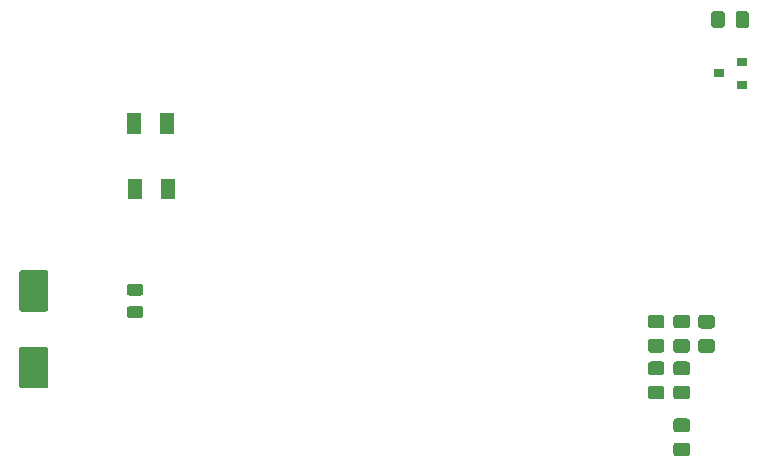
<source format=gbr>
G04 #@! TF.GenerationSoftware,KiCad,Pcbnew,(5.1.5)-3*
G04 #@! TF.CreationDate,2020-09-18T03:11:52-03:00*
G04 #@! TF.ProjectId,AIL,41494c2e-6b69-4636-9164-5f7063625858,rev?*
G04 #@! TF.SameCoordinates,Original*
G04 #@! TF.FileFunction,Paste,Top*
G04 #@! TF.FilePolarity,Positive*
%FSLAX46Y46*%
G04 Gerber Fmt 4.6, Leading zero omitted, Abs format (unit mm)*
G04 Created by KiCad (PCBNEW (5.1.5)-3) date 2020-09-18 03:11:52*
%MOMM*%
%LPD*%
G04 APERTURE LIST*
%ADD10C,0.100000*%
%ADD11R,0.900000X0.800000*%
G04 APERTURE END LIST*
D10*
G36*
X81206422Y-114385414D02*
G01*
X81230083Y-114388924D01*
X81253287Y-114394736D01*
X81275809Y-114402794D01*
X81297433Y-114413022D01*
X81317950Y-114425319D01*
X81337163Y-114439569D01*
X81354887Y-114455633D01*
X81370951Y-114473357D01*
X81385201Y-114492570D01*
X81397498Y-114513087D01*
X81407726Y-114534711D01*
X81415784Y-114557233D01*
X81421596Y-114580437D01*
X81425106Y-114604098D01*
X81426280Y-114627990D01*
X81426280Y-115115490D01*
X81425106Y-115139382D01*
X81421596Y-115163043D01*
X81415784Y-115186247D01*
X81407726Y-115208769D01*
X81397498Y-115230393D01*
X81385201Y-115250910D01*
X81370951Y-115270123D01*
X81354887Y-115287847D01*
X81337163Y-115303911D01*
X81317950Y-115318161D01*
X81297433Y-115330458D01*
X81275809Y-115340686D01*
X81253287Y-115348744D01*
X81230083Y-115354556D01*
X81206422Y-115358066D01*
X81182530Y-115359240D01*
X80270030Y-115359240D01*
X80246138Y-115358066D01*
X80222477Y-115354556D01*
X80199273Y-115348744D01*
X80176751Y-115340686D01*
X80155127Y-115330458D01*
X80134610Y-115318161D01*
X80115397Y-115303911D01*
X80097673Y-115287847D01*
X80081609Y-115270123D01*
X80067359Y-115250910D01*
X80055062Y-115230393D01*
X80044834Y-115208769D01*
X80036776Y-115186247D01*
X80030964Y-115163043D01*
X80027454Y-115139382D01*
X80026280Y-115115490D01*
X80026280Y-114627990D01*
X80027454Y-114604098D01*
X80030964Y-114580437D01*
X80036776Y-114557233D01*
X80044834Y-114534711D01*
X80055062Y-114513087D01*
X80067359Y-114492570D01*
X80081609Y-114473357D01*
X80097673Y-114455633D01*
X80115397Y-114439569D01*
X80134610Y-114425319D01*
X80155127Y-114413022D01*
X80176751Y-114402794D01*
X80199273Y-114394736D01*
X80222477Y-114388924D01*
X80246138Y-114385414D01*
X80270030Y-114384240D01*
X81182530Y-114384240D01*
X81206422Y-114385414D01*
G37*
G36*
X81206422Y-112510414D02*
G01*
X81230083Y-112513924D01*
X81253287Y-112519736D01*
X81275809Y-112527794D01*
X81297433Y-112538022D01*
X81317950Y-112550319D01*
X81337163Y-112564569D01*
X81354887Y-112580633D01*
X81370951Y-112598357D01*
X81385201Y-112617570D01*
X81397498Y-112638087D01*
X81407726Y-112659711D01*
X81415784Y-112682233D01*
X81421596Y-112705437D01*
X81425106Y-112729098D01*
X81426280Y-112752990D01*
X81426280Y-113240490D01*
X81425106Y-113264382D01*
X81421596Y-113288043D01*
X81415784Y-113311247D01*
X81407726Y-113333769D01*
X81397498Y-113355393D01*
X81385201Y-113375910D01*
X81370951Y-113395123D01*
X81354887Y-113412847D01*
X81337163Y-113428911D01*
X81317950Y-113443161D01*
X81297433Y-113455458D01*
X81275809Y-113465686D01*
X81253287Y-113473744D01*
X81230083Y-113479556D01*
X81206422Y-113483066D01*
X81182530Y-113484240D01*
X80270030Y-113484240D01*
X80246138Y-113483066D01*
X80222477Y-113479556D01*
X80199273Y-113473744D01*
X80176751Y-113465686D01*
X80155127Y-113455458D01*
X80134610Y-113443161D01*
X80115397Y-113428911D01*
X80097673Y-113412847D01*
X80081609Y-113395123D01*
X80067359Y-113375910D01*
X80055062Y-113355393D01*
X80044834Y-113333769D01*
X80036776Y-113311247D01*
X80030964Y-113288043D01*
X80027454Y-113264382D01*
X80026280Y-113240490D01*
X80026280Y-112752990D01*
X80027454Y-112729098D01*
X80030964Y-112705437D01*
X80036776Y-112682233D01*
X80044834Y-112659711D01*
X80055062Y-112638087D01*
X80067359Y-112617570D01*
X80081609Y-112598357D01*
X80097673Y-112580633D01*
X80115397Y-112564569D01*
X80134610Y-112550319D01*
X80155127Y-112538022D01*
X80176751Y-112527794D01*
X80199273Y-112519736D01*
X80222477Y-112513924D01*
X80246138Y-112510414D01*
X80270030Y-112509240D01*
X81182530Y-112509240D01*
X81206422Y-112510414D01*
G37*
G36*
X81335120Y-103590120D02*
G01*
X81335120Y-105340120D01*
X80085120Y-105340120D01*
X80085120Y-103590120D01*
X81335120Y-103590120D01*
G37*
G36*
X84135120Y-103590120D02*
G01*
X84135120Y-105340120D01*
X82885120Y-105340120D01*
X82885120Y-103590120D01*
X84135120Y-103590120D01*
G37*
G36*
X84051760Y-98027520D02*
G01*
X84051760Y-99777520D01*
X82801760Y-99777520D01*
X82801760Y-98027520D01*
X84051760Y-98027520D01*
G37*
G36*
X81251760Y-98027520D02*
G01*
X81251760Y-99777520D01*
X80001760Y-99777520D01*
X80001760Y-98027520D01*
X81251760Y-98027520D01*
G37*
D11*
X130133340Y-94660680D03*
X132133340Y-93710680D03*
X132133340Y-95610680D03*
D10*
G36*
X129570005Y-117173204D02*
G01*
X129594273Y-117176804D01*
X129618072Y-117182765D01*
X129641171Y-117191030D01*
X129663350Y-117201520D01*
X129684393Y-117214132D01*
X129704099Y-117228747D01*
X129722277Y-117245223D01*
X129738753Y-117263401D01*
X129753368Y-117283107D01*
X129765980Y-117304150D01*
X129776470Y-117326329D01*
X129784735Y-117349428D01*
X129790696Y-117373227D01*
X129794296Y-117397495D01*
X129795500Y-117421999D01*
X129795500Y-118072001D01*
X129794296Y-118096505D01*
X129790696Y-118120773D01*
X129784735Y-118144572D01*
X129776470Y-118167671D01*
X129765980Y-118189850D01*
X129753368Y-118210893D01*
X129738753Y-118230599D01*
X129722277Y-118248777D01*
X129704099Y-118265253D01*
X129684393Y-118279868D01*
X129663350Y-118292480D01*
X129641171Y-118302970D01*
X129618072Y-118311235D01*
X129594273Y-118317196D01*
X129570005Y-118320796D01*
X129545501Y-118322000D01*
X128645499Y-118322000D01*
X128620995Y-118320796D01*
X128596727Y-118317196D01*
X128572928Y-118311235D01*
X128549829Y-118302970D01*
X128527650Y-118292480D01*
X128506607Y-118279868D01*
X128486901Y-118265253D01*
X128468723Y-118248777D01*
X128452247Y-118230599D01*
X128437632Y-118210893D01*
X128425020Y-118189850D01*
X128414530Y-118167671D01*
X128406265Y-118144572D01*
X128400304Y-118120773D01*
X128396704Y-118096505D01*
X128395500Y-118072001D01*
X128395500Y-117421999D01*
X128396704Y-117397495D01*
X128400304Y-117373227D01*
X128406265Y-117349428D01*
X128414530Y-117326329D01*
X128425020Y-117304150D01*
X128437632Y-117283107D01*
X128452247Y-117263401D01*
X128468723Y-117245223D01*
X128486901Y-117228747D01*
X128506607Y-117214132D01*
X128527650Y-117201520D01*
X128549829Y-117191030D01*
X128572928Y-117182765D01*
X128596727Y-117176804D01*
X128620995Y-117173204D01*
X128645499Y-117172000D01*
X129545501Y-117172000D01*
X129570005Y-117173204D01*
G37*
G36*
X129570005Y-115123204D02*
G01*
X129594273Y-115126804D01*
X129618072Y-115132765D01*
X129641171Y-115141030D01*
X129663350Y-115151520D01*
X129684393Y-115164132D01*
X129704099Y-115178747D01*
X129722277Y-115195223D01*
X129738753Y-115213401D01*
X129753368Y-115233107D01*
X129765980Y-115254150D01*
X129776470Y-115276329D01*
X129784735Y-115299428D01*
X129790696Y-115323227D01*
X129794296Y-115347495D01*
X129795500Y-115371999D01*
X129795500Y-116022001D01*
X129794296Y-116046505D01*
X129790696Y-116070773D01*
X129784735Y-116094572D01*
X129776470Y-116117671D01*
X129765980Y-116139850D01*
X129753368Y-116160893D01*
X129738753Y-116180599D01*
X129722277Y-116198777D01*
X129704099Y-116215253D01*
X129684393Y-116229868D01*
X129663350Y-116242480D01*
X129641171Y-116252970D01*
X129618072Y-116261235D01*
X129594273Y-116267196D01*
X129570005Y-116270796D01*
X129545501Y-116272000D01*
X128645499Y-116272000D01*
X128620995Y-116270796D01*
X128596727Y-116267196D01*
X128572928Y-116261235D01*
X128549829Y-116252970D01*
X128527650Y-116242480D01*
X128506607Y-116229868D01*
X128486901Y-116215253D01*
X128468723Y-116198777D01*
X128452247Y-116180599D01*
X128437632Y-116160893D01*
X128425020Y-116139850D01*
X128414530Y-116117671D01*
X128406265Y-116094572D01*
X128400304Y-116070773D01*
X128396704Y-116046505D01*
X128395500Y-116022001D01*
X128395500Y-115371999D01*
X128396704Y-115347495D01*
X128400304Y-115323227D01*
X128406265Y-115299428D01*
X128414530Y-115276329D01*
X128425020Y-115254150D01*
X128437632Y-115233107D01*
X128452247Y-115213401D01*
X128468723Y-115195223D01*
X128486901Y-115178747D01*
X128506607Y-115164132D01*
X128527650Y-115151520D01*
X128549829Y-115141030D01*
X128572928Y-115132765D01*
X128596727Y-115126804D01*
X128620995Y-115123204D01*
X128645499Y-115122000D01*
X129545501Y-115122000D01*
X129570005Y-115123204D01*
G37*
G36*
X132490465Y-89410244D02*
G01*
X132514733Y-89413844D01*
X132538532Y-89419805D01*
X132561631Y-89428070D01*
X132583810Y-89438560D01*
X132604853Y-89451172D01*
X132624559Y-89465787D01*
X132642737Y-89482263D01*
X132659213Y-89500441D01*
X132673828Y-89520147D01*
X132686440Y-89541190D01*
X132696930Y-89563369D01*
X132705195Y-89586468D01*
X132711156Y-89610267D01*
X132714756Y-89634535D01*
X132715960Y-89659039D01*
X132715960Y-90559041D01*
X132714756Y-90583545D01*
X132711156Y-90607813D01*
X132705195Y-90631612D01*
X132696930Y-90654711D01*
X132686440Y-90676890D01*
X132673828Y-90697933D01*
X132659213Y-90717639D01*
X132642737Y-90735817D01*
X132624559Y-90752293D01*
X132604853Y-90766908D01*
X132583810Y-90779520D01*
X132561631Y-90790010D01*
X132538532Y-90798275D01*
X132514733Y-90804236D01*
X132490465Y-90807836D01*
X132465961Y-90809040D01*
X131815959Y-90809040D01*
X131791455Y-90807836D01*
X131767187Y-90804236D01*
X131743388Y-90798275D01*
X131720289Y-90790010D01*
X131698110Y-90779520D01*
X131677067Y-90766908D01*
X131657361Y-90752293D01*
X131639183Y-90735817D01*
X131622707Y-90717639D01*
X131608092Y-90697933D01*
X131595480Y-90676890D01*
X131584990Y-90654711D01*
X131576725Y-90631612D01*
X131570764Y-90607813D01*
X131567164Y-90583545D01*
X131565960Y-90559041D01*
X131565960Y-89659039D01*
X131567164Y-89634535D01*
X131570764Y-89610267D01*
X131576725Y-89586468D01*
X131584990Y-89563369D01*
X131595480Y-89541190D01*
X131608092Y-89520147D01*
X131622707Y-89500441D01*
X131639183Y-89482263D01*
X131657361Y-89465787D01*
X131677067Y-89451172D01*
X131698110Y-89438560D01*
X131720289Y-89428070D01*
X131743388Y-89419805D01*
X131767187Y-89413844D01*
X131791455Y-89410244D01*
X131815959Y-89409040D01*
X132465961Y-89409040D01*
X132490465Y-89410244D01*
G37*
G36*
X130440465Y-89410244D02*
G01*
X130464733Y-89413844D01*
X130488532Y-89419805D01*
X130511631Y-89428070D01*
X130533810Y-89438560D01*
X130554853Y-89451172D01*
X130574559Y-89465787D01*
X130592737Y-89482263D01*
X130609213Y-89500441D01*
X130623828Y-89520147D01*
X130636440Y-89541190D01*
X130646930Y-89563369D01*
X130655195Y-89586468D01*
X130661156Y-89610267D01*
X130664756Y-89634535D01*
X130665960Y-89659039D01*
X130665960Y-90559041D01*
X130664756Y-90583545D01*
X130661156Y-90607813D01*
X130655195Y-90631612D01*
X130646930Y-90654711D01*
X130636440Y-90676890D01*
X130623828Y-90697933D01*
X130609213Y-90717639D01*
X130592737Y-90735817D01*
X130574559Y-90752293D01*
X130554853Y-90766908D01*
X130533810Y-90779520D01*
X130511631Y-90790010D01*
X130488532Y-90798275D01*
X130464733Y-90804236D01*
X130440465Y-90807836D01*
X130415961Y-90809040D01*
X129765959Y-90809040D01*
X129741455Y-90807836D01*
X129717187Y-90804236D01*
X129693388Y-90798275D01*
X129670289Y-90790010D01*
X129648110Y-90779520D01*
X129627067Y-90766908D01*
X129607361Y-90752293D01*
X129589183Y-90735817D01*
X129572707Y-90717639D01*
X129558092Y-90697933D01*
X129545480Y-90676890D01*
X129534990Y-90654711D01*
X129526725Y-90631612D01*
X129520764Y-90607813D01*
X129517164Y-90583545D01*
X129515960Y-90559041D01*
X129515960Y-89659039D01*
X129517164Y-89634535D01*
X129520764Y-89610267D01*
X129526725Y-89586468D01*
X129534990Y-89563369D01*
X129545480Y-89541190D01*
X129558092Y-89520147D01*
X129572707Y-89500441D01*
X129589183Y-89482263D01*
X129607361Y-89465787D01*
X129627067Y-89451172D01*
X129648110Y-89438560D01*
X129670289Y-89428070D01*
X129693388Y-89419805D01*
X129717187Y-89413844D01*
X129741455Y-89410244D01*
X129765959Y-89409040D01*
X130415961Y-89409040D01*
X130440465Y-89410244D01*
G37*
G36*
X127474505Y-115114204D02*
G01*
X127498773Y-115117804D01*
X127522572Y-115123765D01*
X127545671Y-115132030D01*
X127567850Y-115142520D01*
X127588893Y-115155132D01*
X127608599Y-115169747D01*
X127626777Y-115186223D01*
X127643253Y-115204401D01*
X127657868Y-115224107D01*
X127670480Y-115245150D01*
X127680970Y-115267329D01*
X127689235Y-115290428D01*
X127695196Y-115314227D01*
X127698796Y-115338495D01*
X127700000Y-115362999D01*
X127700000Y-116013001D01*
X127698796Y-116037505D01*
X127695196Y-116061773D01*
X127689235Y-116085572D01*
X127680970Y-116108671D01*
X127670480Y-116130850D01*
X127657868Y-116151893D01*
X127643253Y-116171599D01*
X127626777Y-116189777D01*
X127608599Y-116206253D01*
X127588893Y-116220868D01*
X127567850Y-116233480D01*
X127545671Y-116243970D01*
X127522572Y-116252235D01*
X127498773Y-116258196D01*
X127474505Y-116261796D01*
X127450001Y-116263000D01*
X126549999Y-116263000D01*
X126525495Y-116261796D01*
X126501227Y-116258196D01*
X126477428Y-116252235D01*
X126454329Y-116243970D01*
X126432150Y-116233480D01*
X126411107Y-116220868D01*
X126391401Y-116206253D01*
X126373223Y-116189777D01*
X126356747Y-116171599D01*
X126342132Y-116151893D01*
X126329520Y-116130850D01*
X126319030Y-116108671D01*
X126310765Y-116085572D01*
X126304804Y-116061773D01*
X126301204Y-116037505D01*
X126300000Y-116013001D01*
X126300000Y-115362999D01*
X126301204Y-115338495D01*
X126304804Y-115314227D01*
X126310765Y-115290428D01*
X126319030Y-115267329D01*
X126329520Y-115245150D01*
X126342132Y-115224107D01*
X126356747Y-115204401D01*
X126373223Y-115186223D01*
X126391401Y-115169747D01*
X126411107Y-115155132D01*
X126432150Y-115142520D01*
X126454329Y-115132030D01*
X126477428Y-115123765D01*
X126501227Y-115117804D01*
X126525495Y-115114204D01*
X126549999Y-115113000D01*
X127450001Y-115113000D01*
X127474505Y-115114204D01*
G37*
G36*
X127474505Y-117164204D02*
G01*
X127498773Y-117167804D01*
X127522572Y-117173765D01*
X127545671Y-117182030D01*
X127567850Y-117192520D01*
X127588893Y-117205132D01*
X127608599Y-117219747D01*
X127626777Y-117236223D01*
X127643253Y-117254401D01*
X127657868Y-117274107D01*
X127670480Y-117295150D01*
X127680970Y-117317329D01*
X127689235Y-117340428D01*
X127695196Y-117364227D01*
X127698796Y-117388495D01*
X127700000Y-117412999D01*
X127700000Y-118063001D01*
X127698796Y-118087505D01*
X127695196Y-118111773D01*
X127689235Y-118135572D01*
X127680970Y-118158671D01*
X127670480Y-118180850D01*
X127657868Y-118201893D01*
X127643253Y-118221599D01*
X127626777Y-118239777D01*
X127608599Y-118256253D01*
X127588893Y-118270868D01*
X127567850Y-118283480D01*
X127545671Y-118293970D01*
X127522572Y-118302235D01*
X127498773Y-118308196D01*
X127474505Y-118311796D01*
X127450001Y-118313000D01*
X126549999Y-118313000D01*
X126525495Y-118311796D01*
X126501227Y-118308196D01*
X126477428Y-118302235D01*
X126454329Y-118293970D01*
X126432150Y-118283480D01*
X126411107Y-118270868D01*
X126391401Y-118256253D01*
X126373223Y-118239777D01*
X126356747Y-118221599D01*
X126342132Y-118201893D01*
X126329520Y-118180850D01*
X126319030Y-118158671D01*
X126310765Y-118135572D01*
X126304804Y-118111773D01*
X126301204Y-118087505D01*
X126300000Y-118063001D01*
X126300000Y-117412999D01*
X126301204Y-117388495D01*
X126304804Y-117364227D01*
X126310765Y-117340428D01*
X126319030Y-117317329D01*
X126329520Y-117295150D01*
X126342132Y-117274107D01*
X126356747Y-117254401D01*
X126373223Y-117236223D01*
X126391401Y-117219747D01*
X126411107Y-117205132D01*
X126432150Y-117192520D01*
X126454329Y-117182030D01*
X126477428Y-117173765D01*
X126501227Y-117167804D01*
X126525495Y-117164204D01*
X126549999Y-117163000D01*
X127450001Y-117163000D01*
X127474505Y-117164204D01*
G37*
G36*
X127474505Y-121110204D02*
G01*
X127498773Y-121113804D01*
X127522572Y-121119765D01*
X127545671Y-121128030D01*
X127567850Y-121138520D01*
X127588893Y-121151132D01*
X127608599Y-121165747D01*
X127626777Y-121182223D01*
X127643253Y-121200401D01*
X127657868Y-121220107D01*
X127670480Y-121241150D01*
X127680970Y-121263329D01*
X127689235Y-121286428D01*
X127695196Y-121310227D01*
X127698796Y-121334495D01*
X127700000Y-121358999D01*
X127700000Y-122009001D01*
X127698796Y-122033505D01*
X127695196Y-122057773D01*
X127689235Y-122081572D01*
X127680970Y-122104671D01*
X127670480Y-122126850D01*
X127657868Y-122147893D01*
X127643253Y-122167599D01*
X127626777Y-122185777D01*
X127608599Y-122202253D01*
X127588893Y-122216868D01*
X127567850Y-122229480D01*
X127545671Y-122239970D01*
X127522572Y-122248235D01*
X127498773Y-122254196D01*
X127474505Y-122257796D01*
X127450001Y-122259000D01*
X126549999Y-122259000D01*
X126525495Y-122257796D01*
X126501227Y-122254196D01*
X126477428Y-122248235D01*
X126454329Y-122239970D01*
X126432150Y-122229480D01*
X126411107Y-122216868D01*
X126391401Y-122202253D01*
X126373223Y-122185777D01*
X126356747Y-122167599D01*
X126342132Y-122147893D01*
X126329520Y-122126850D01*
X126319030Y-122104671D01*
X126310765Y-122081572D01*
X126304804Y-122057773D01*
X126301204Y-122033505D01*
X126300000Y-122009001D01*
X126300000Y-121358999D01*
X126301204Y-121334495D01*
X126304804Y-121310227D01*
X126310765Y-121286428D01*
X126319030Y-121263329D01*
X126329520Y-121241150D01*
X126342132Y-121220107D01*
X126356747Y-121200401D01*
X126373223Y-121182223D01*
X126391401Y-121165747D01*
X126411107Y-121151132D01*
X126432150Y-121138520D01*
X126454329Y-121128030D01*
X126477428Y-121119765D01*
X126501227Y-121113804D01*
X126525495Y-121110204D01*
X126549999Y-121109000D01*
X127450001Y-121109000D01*
X127474505Y-121110204D01*
G37*
G36*
X127474505Y-119060204D02*
G01*
X127498773Y-119063804D01*
X127522572Y-119069765D01*
X127545671Y-119078030D01*
X127567850Y-119088520D01*
X127588893Y-119101132D01*
X127608599Y-119115747D01*
X127626777Y-119132223D01*
X127643253Y-119150401D01*
X127657868Y-119170107D01*
X127670480Y-119191150D01*
X127680970Y-119213329D01*
X127689235Y-119236428D01*
X127695196Y-119260227D01*
X127698796Y-119284495D01*
X127700000Y-119308999D01*
X127700000Y-119959001D01*
X127698796Y-119983505D01*
X127695196Y-120007773D01*
X127689235Y-120031572D01*
X127680970Y-120054671D01*
X127670480Y-120076850D01*
X127657868Y-120097893D01*
X127643253Y-120117599D01*
X127626777Y-120135777D01*
X127608599Y-120152253D01*
X127588893Y-120166868D01*
X127567850Y-120179480D01*
X127545671Y-120189970D01*
X127522572Y-120198235D01*
X127498773Y-120204196D01*
X127474505Y-120207796D01*
X127450001Y-120209000D01*
X126549999Y-120209000D01*
X126525495Y-120207796D01*
X126501227Y-120204196D01*
X126477428Y-120198235D01*
X126454329Y-120189970D01*
X126432150Y-120179480D01*
X126411107Y-120166868D01*
X126391401Y-120152253D01*
X126373223Y-120135777D01*
X126356747Y-120117599D01*
X126342132Y-120097893D01*
X126329520Y-120076850D01*
X126319030Y-120054671D01*
X126310765Y-120031572D01*
X126304804Y-120007773D01*
X126301204Y-119983505D01*
X126300000Y-119959001D01*
X126300000Y-119308999D01*
X126301204Y-119284495D01*
X126304804Y-119260227D01*
X126310765Y-119236428D01*
X126319030Y-119213329D01*
X126329520Y-119191150D01*
X126342132Y-119170107D01*
X126356747Y-119150401D01*
X126373223Y-119132223D01*
X126391401Y-119115747D01*
X126411107Y-119101132D01*
X126432150Y-119088520D01*
X126454329Y-119078030D01*
X126477428Y-119069765D01*
X126501227Y-119063804D01*
X126525495Y-119060204D01*
X126549999Y-119059000D01*
X127450001Y-119059000D01*
X127474505Y-119060204D01*
G37*
G36*
X127474505Y-125936204D02*
G01*
X127498773Y-125939804D01*
X127522572Y-125945765D01*
X127545671Y-125954030D01*
X127567850Y-125964520D01*
X127588893Y-125977132D01*
X127608599Y-125991747D01*
X127626777Y-126008223D01*
X127643253Y-126026401D01*
X127657868Y-126046107D01*
X127670480Y-126067150D01*
X127680970Y-126089329D01*
X127689235Y-126112428D01*
X127695196Y-126136227D01*
X127698796Y-126160495D01*
X127700000Y-126184999D01*
X127700000Y-126835001D01*
X127698796Y-126859505D01*
X127695196Y-126883773D01*
X127689235Y-126907572D01*
X127680970Y-126930671D01*
X127670480Y-126952850D01*
X127657868Y-126973893D01*
X127643253Y-126993599D01*
X127626777Y-127011777D01*
X127608599Y-127028253D01*
X127588893Y-127042868D01*
X127567850Y-127055480D01*
X127545671Y-127065970D01*
X127522572Y-127074235D01*
X127498773Y-127080196D01*
X127474505Y-127083796D01*
X127450001Y-127085000D01*
X126549999Y-127085000D01*
X126525495Y-127083796D01*
X126501227Y-127080196D01*
X126477428Y-127074235D01*
X126454329Y-127065970D01*
X126432150Y-127055480D01*
X126411107Y-127042868D01*
X126391401Y-127028253D01*
X126373223Y-127011777D01*
X126356747Y-126993599D01*
X126342132Y-126973893D01*
X126329520Y-126952850D01*
X126319030Y-126930671D01*
X126310765Y-126907572D01*
X126304804Y-126883773D01*
X126301204Y-126859505D01*
X126300000Y-126835001D01*
X126300000Y-126184999D01*
X126301204Y-126160495D01*
X126304804Y-126136227D01*
X126310765Y-126112428D01*
X126319030Y-126089329D01*
X126329520Y-126067150D01*
X126342132Y-126046107D01*
X126356747Y-126026401D01*
X126373223Y-126008223D01*
X126391401Y-125991747D01*
X126411107Y-125977132D01*
X126432150Y-125964520D01*
X126454329Y-125954030D01*
X126477428Y-125945765D01*
X126501227Y-125939804D01*
X126525495Y-125936204D01*
X126549999Y-125935000D01*
X127450001Y-125935000D01*
X127474505Y-125936204D01*
G37*
G36*
X127474505Y-123886204D02*
G01*
X127498773Y-123889804D01*
X127522572Y-123895765D01*
X127545671Y-123904030D01*
X127567850Y-123914520D01*
X127588893Y-123927132D01*
X127608599Y-123941747D01*
X127626777Y-123958223D01*
X127643253Y-123976401D01*
X127657868Y-123996107D01*
X127670480Y-124017150D01*
X127680970Y-124039329D01*
X127689235Y-124062428D01*
X127695196Y-124086227D01*
X127698796Y-124110495D01*
X127700000Y-124134999D01*
X127700000Y-124785001D01*
X127698796Y-124809505D01*
X127695196Y-124833773D01*
X127689235Y-124857572D01*
X127680970Y-124880671D01*
X127670480Y-124902850D01*
X127657868Y-124923893D01*
X127643253Y-124943599D01*
X127626777Y-124961777D01*
X127608599Y-124978253D01*
X127588893Y-124992868D01*
X127567850Y-125005480D01*
X127545671Y-125015970D01*
X127522572Y-125024235D01*
X127498773Y-125030196D01*
X127474505Y-125033796D01*
X127450001Y-125035000D01*
X126549999Y-125035000D01*
X126525495Y-125033796D01*
X126501227Y-125030196D01*
X126477428Y-125024235D01*
X126454329Y-125015970D01*
X126432150Y-125005480D01*
X126411107Y-124992868D01*
X126391401Y-124978253D01*
X126373223Y-124961777D01*
X126356747Y-124943599D01*
X126342132Y-124923893D01*
X126329520Y-124902850D01*
X126319030Y-124880671D01*
X126310765Y-124857572D01*
X126304804Y-124833773D01*
X126301204Y-124809505D01*
X126300000Y-124785001D01*
X126300000Y-124134999D01*
X126301204Y-124110495D01*
X126304804Y-124086227D01*
X126310765Y-124062428D01*
X126319030Y-124039329D01*
X126329520Y-124017150D01*
X126342132Y-123996107D01*
X126356747Y-123976401D01*
X126373223Y-123958223D01*
X126391401Y-123941747D01*
X126411107Y-123927132D01*
X126432150Y-123914520D01*
X126454329Y-123904030D01*
X126477428Y-123895765D01*
X126501227Y-123889804D01*
X126525495Y-123886204D01*
X126549999Y-123885000D01*
X127450001Y-123885000D01*
X127474505Y-123886204D01*
G37*
G36*
X125315505Y-117155204D02*
G01*
X125339773Y-117158804D01*
X125363572Y-117164765D01*
X125386671Y-117173030D01*
X125408850Y-117183520D01*
X125429893Y-117196132D01*
X125449599Y-117210747D01*
X125467777Y-117227223D01*
X125484253Y-117245401D01*
X125498868Y-117265107D01*
X125511480Y-117286150D01*
X125521970Y-117308329D01*
X125530235Y-117331428D01*
X125536196Y-117355227D01*
X125539796Y-117379495D01*
X125541000Y-117403999D01*
X125541000Y-118054001D01*
X125539796Y-118078505D01*
X125536196Y-118102773D01*
X125530235Y-118126572D01*
X125521970Y-118149671D01*
X125511480Y-118171850D01*
X125498868Y-118192893D01*
X125484253Y-118212599D01*
X125467777Y-118230777D01*
X125449599Y-118247253D01*
X125429893Y-118261868D01*
X125408850Y-118274480D01*
X125386671Y-118284970D01*
X125363572Y-118293235D01*
X125339773Y-118299196D01*
X125315505Y-118302796D01*
X125291001Y-118304000D01*
X124390999Y-118304000D01*
X124366495Y-118302796D01*
X124342227Y-118299196D01*
X124318428Y-118293235D01*
X124295329Y-118284970D01*
X124273150Y-118274480D01*
X124252107Y-118261868D01*
X124232401Y-118247253D01*
X124214223Y-118230777D01*
X124197747Y-118212599D01*
X124183132Y-118192893D01*
X124170520Y-118171850D01*
X124160030Y-118149671D01*
X124151765Y-118126572D01*
X124145804Y-118102773D01*
X124142204Y-118078505D01*
X124141000Y-118054001D01*
X124141000Y-117403999D01*
X124142204Y-117379495D01*
X124145804Y-117355227D01*
X124151765Y-117331428D01*
X124160030Y-117308329D01*
X124170520Y-117286150D01*
X124183132Y-117265107D01*
X124197747Y-117245401D01*
X124214223Y-117227223D01*
X124232401Y-117210747D01*
X124252107Y-117196132D01*
X124273150Y-117183520D01*
X124295329Y-117173030D01*
X124318428Y-117164765D01*
X124342227Y-117158804D01*
X124366495Y-117155204D01*
X124390999Y-117154000D01*
X125291001Y-117154000D01*
X125315505Y-117155204D01*
G37*
G36*
X125315505Y-115105204D02*
G01*
X125339773Y-115108804D01*
X125363572Y-115114765D01*
X125386671Y-115123030D01*
X125408850Y-115133520D01*
X125429893Y-115146132D01*
X125449599Y-115160747D01*
X125467777Y-115177223D01*
X125484253Y-115195401D01*
X125498868Y-115215107D01*
X125511480Y-115236150D01*
X125521970Y-115258329D01*
X125530235Y-115281428D01*
X125536196Y-115305227D01*
X125539796Y-115329495D01*
X125541000Y-115353999D01*
X125541000Y-116004001D01*
X125539796Y-116028505D01*
X125536196Y-116052773D01*
X125530235Y-116076572D01*
X125521970Y-116099671D01*
X125511480Y-116121850D01*
X125498868Y-116142893D01*
X125484253Y-116162599D01*
X125467777Y-116180777D01*
X125449599Y-116197253D01*
X125429893Y-116211868D01*
X125408850Y-116224480D01*
X125386671Y-116234970D01*
X125363572Y-116243235D01*
X125339773Y-116249196D01*
X125315505Y-116252796D01*
X125291001Y-116254000D01*
X124390999Y-116254000D01*
X124366495Y-116252796D01*
X124342227Y-116249196D01*
X124318428Y-116243235D01*
X124295329Y-116234970D01*
X124273150Y-116224480D01*
X124252107Y-116211868D01*
X124232401Y-116197253D01*
X124214223Y-116180777D01*
X124197747Y-116162599D01*
X124183132Y-116142893D01*
X124170520Y-116121850D01*
X124160030Y-116099671D01*
X124151765Y-116076572D01*
X124145804Y-116052773D01*
X124142204Y-116028505D01*
X124141000Y-116004001D01*
X124141000Y-115353999D01*
X124142204Y-115329495D01*
X124145804Y-115305227D01*
X124151765Y-115281428D01*
X124160030Y-115258329D01*
X124170520Y-115236150D01*
X124183132Y-115215107D01*
X124197747Y-115195401D01*
X124214223Y-115177223D01*
X124232401Y-115160747D01*
X124252107Y-115146132D01*
X124273150Y-115133520D01*
X124295329Y-115123030D01*
X124318428Y-115114765D01*
X124342227Y-115108804D01*
X124366495Y-115105204D01*
X124390999Y-115104000D01*
X125291001Y-115104000D01*
X125315505Y-115105204D01*
G37*
G36*
X125315505Y-119060204D02*
G01*
X125339773Y-119063804D01*
X125363572Y-119069765D01*
X125386671Y-119078030D01*
X125408850Y-119088520D01*
X125429893Y-119101132D01*
X125449599Y-119115747D01*
X125467777Y-119132223D01*
X125484253Y-119150401D01*
X125498868Y-119170107D01*
X125511480Y-119191150D01*
X125521970Y-119213329D01*
X125530235Y-119236428D01*
X125536196Y-119260227D01*
X125539796Y-119284495D01*
X125541000Y-119308999D01*
X125541000Y-119959001D01*
X125539796Y-119983505D01*
X125536196Y-120007773D01*
X125530235Y-120031572D01*
X125521970Y-120054671D01*
X125511480Y-120076850D01*
X125498868Y-120097893D01*
X125484253Y-120117599D01*
X125467777Y-120135777D01*
X125449599Y-120152253D01*
X125429893Y-120166868D01*
X125408850Y-120179480D01*
X125386671Y-120189970D01*
X125363572Y-120198235D01*
X125339773Y-120204196D01*
X125315505Y-120207796D01*
X125291001Y-120209000D01*
X124390999Y-120209000D01*
X124366495Y-120207796D01*
X124342227Y-120204196D01*
X124318428Y-120198235D01*
X124295329Y-120189970D01*
X124273150Y-120179480D01*
X124252107Y-120166868D01*
X124232401Y-120152253D01*
X124214223Y-120135777D01*
X124197747Y-120117599D01*
X124183132Y-120097893D01*
X124170520Y-120076850D01*
X124160030Y-120054671D01*
X124151765Y-120031572D01*
X124145804Y-120007773D01*
X124142204Y-119983505D01*
X124141000Y-119959001D01*
X124141000Y-119308999D01*
X124142204Y-119284495D01*
X124145804Y-119260227D01*
X124151765Y-119236428D01*
X124160030Y-119213329D01*
X124170520Y-119191150D01*
X124183132Y-119170107D01*
X124197747Y-119150401D01*
X124214223Y-119132223D01*
X124232401Y-119115747D01*
X124252107Y-119101132D01*
X124273150Y-119088520D01*
X124295329Y-119078030D01*
X124318428Y-119069765D01*
X124342227Y-119063804D01*
X124366495Y-119060204D01*
X124390999Y-119059000D01*
X125291001Y-119059000D01*
X125315505Y-119060204D01*
G37*
G36*
X125315505Y-121110204D02*
G01*
X125339773Y-121113804D01*
X125363572Y-121119765D01*
X125386671Y-121128030D01*
X125408850Y-121138520D01*
X125429893Y-121151132D01*
X125449599Y-121165747D01*
X125467777Y-121182223D01*
X125484253Y-121200401D01*
X125498868Y-121220107D01*
X125511480Y-121241150D01*
X125521970Y-121263329D01*
X125530235Y-121286428D01*
X125536196Y-121310227D01*
X125539796Y-121334495D01*
X125541000Y-121358999D01*
X125541000Y-122009001D01*
X125539796Y-122033505D01*
X125536196Y-122057773D01*
X125530235Y-122081572D01*
X125521970Y-122104671D01*
X125511480Y-122126850D01*
X125498868Y-122147893D01*
X125484253Y-122167599D01*
X125467777Y-122185777D01*
X125449599Y-122202253D01*
X125429893Y-122216868D01*
X125408850Y-122229480D01*
X125386671Y-122239970D01*
X125363572Y-122248235D01*
X125339773Y-122254196D01*
X125315505Y-122257796D01*
X125291001Y-122259000D01*
X124390999Y-122259000D01*
X124366495Y-122257796D01*
X124342227Y-122254196D01*
X124318428Y-122248235D01*
X124295329Y-122239970D01*
X124273150Y-122229480D01*
X124252107Y-122216868D01*
X124232401Y-122202253D01*
X124214223Y-122185777D01*
X124197747Y-122167599D01*
X124183132Y-122147893D01*
X124170520Y-122126850D01*
X124160030Y-122104671D01*
X124151765Y-122081572D01*
X124145804Y-122057773D01*
X124142204Y-122033505D01*
X124141000Y-122009001D01*
X124141000Y-121358999D01*
X124142204Y-121334495D01*
X124145804Y-121310227D01*
X124151765Y-121286428D01*
X124160030Y-121263329D01*
X124170520Y-121241150D01*
X124183132Y-121220107D01*
X124197747Y-121200401D01*
X124214223Y-121182223D01*
X124232401Y-121165747D01*
X124252107Y-121151132D01*
X124273150Y-121138520D01*
X124295329Y-121128030D01*
X124318428Y-121119765D01*
X124342227Y-121113804D01*
X124366495Y-121110204D01*
X124390999Y-121109000D01*
X125291001Y-121109000D01*
X125315505Y-121110204D01*
G37*
G36*
X73160504Y-117833204D02*
G01*
X73184773Y-117836804D01*
X73208571Y-117842765D01*
X73231671Y-117851030D01*
X73253849Y-117861520D01*
X73274893Y-117874133D01*
X73294598Y-117888747D01*
X73312777Y-117905223D01*
X73329253Y-117923402D01*
X73343867Y-117943107D01*
X73356480Y-117964151D01*
X73366970Y-117986329D01*
X73375235Y-118009429D01*
X73381196Y-118033227D01*
X73384796Y-118057496D01*
X73386000Y-118082000D01*
X73386000Y-121082000D01*
X73384796Y-121106504D01*
X73381196Y-121130773D01*
X73375235Y-121154571D01*
X73366970Y-121177671D01*
X73356480Y-121199849D01*
X73343867Y-121220893D01*
X73329253Y-121240598D01*
X73312777Y-121258777D01*
X73294598Y-121275253D01*
X73274893Y-121289867D01*
X73253849Y-121302480D01*
X73231671Y-121312970D01*
X73208571Y-121321235D01*
X73184773Y-121327196D01*
X73160504Y-121330796D01*
X73136000Y-121332000D01*
X71136000Y-121332000D01*
X71111496Y-121330796D01*
X71087227Y-121327196D01*
X71063429Y-121321235D01*
X71040329Y-121312970D01*
X71018151Y-121302480D01*
X70997107Y-121289867D01*
X70977402Y-121275253D01*
X70959223Y-121258777D01*
X70942747Y-121240598D01*
X70928133Y-121220893D01*
X70915520Y-121199849D01*
X70905030Y-121177671D01*
X70896765Y-121154571D01*
X70890804Y-121130773D01*
X70887204Y-121106504D01*
X70886000Y-121082000D01*
X70886000Y-118082000D01*
X70887204Y-118057496D01*
X70890804Y-118033227D01*
X70896765Y-118009429D01*
X70905030Y-117986329D01*
X70915520Y-117964151D01*
X70928133Y-117943107D01*
X70942747Y-117923402D01*
X70959223Y-117905223D01*
X70977402Y-117888747D01*
X70997107Y-117874133D01*
X71018151Y-117861520D01*
X71040329Y-117851030D01*
X71063429Y-117842765D01*
X71087227Y-117836804D01*
X71111496Y-117833204D01*
X71136000Y-117832000D01*
X73136000Y-117832000D01*
X73160504Y-117833204D01*
G37*
G36*
X73160504Y-111333204D02*
G01*
X73184773Y-111336804D01*
X73208571Y-111342765D01*
X73231671Y-111351030D01*
X73253849Y-111361520D01*
X73274893Y-111374133D01*
X73294598Y-111388747D01*
X73312777Y-111405223D01*
X73329253Y-111423402D01*
X73343867Y-111443107D01*
X73356480Y-111464151D01*
X73366970Y-111486329D01*
X73375235Y-111509429D01*
X73381196Y-111533227D01*
X73384796Y-111557496D01*
X73386000Y-111582000D01*
X73386000Y-114582000D01*
X73384796Y-114606504D01*
X73381196Y-114630773D01*
X73375235Y-114654571D01*
X73366970Y-114677671D01*
X73356480Y-114699849D01*
X73343867Y-114720893D01*
X73329253Y-114740598D01*
X73312777Y-114758777D01*
X73294598Y-114775253D01*
X73274893Y-114789867D01*
X73253849Y-114802480D01*
X73231671Y-114812970D01*
X73208571Y-114821235D01*
X73184773Y-114827196D01*
X73160504Y-114830796D01*
X73136000Y-114832000D01*
X71136000Y-114832000D01*
X71111496Y-114830796D01*
X71087227Y-114827196D01*
X71063429Y-114821235D01*
X71040329Y-114812970D01*
X71018151Y-114802480D01*
X70997107Y-114789867D01*
X70977402Y-114775253D01*
X70959223Y-114758777D01*
X70942747Y-114740598D01*
X70928133Y-114720893D01*
X70915520Y-114699849D01*
X70905030Y-114677671D01*
X70896765Y-114654571D01*
X70890804Y-114630773D01*
X70887204Y-114606504D01*
X70886000Y-114582000D01*
X70886000Y-111582000D01*
X70887204Y-111557496D01*
X70890804Y-111533227D01*
X70896765Y-111509429D01*
X70905030Y-111486329D01*
X70915520Y-111464151D01*
X70928133Y-111443107D01*
X70942747Y-111423402D01*
X70959223Y-111405223D01*
X70977402Y-111388747D01*
X70997107Y-111374133D01*
X71018151Y-111361520D01*
X71040329Y-111351030D01*
X71063429Y-111342765D01*
X71087227Y-111336804D01*
X71111496Y-111333204D01*
X71136000Y-111332000D01*
X73136000Y-111332000D01*
X73160504Y-111333204D01*
G37*
M02*

</source>
